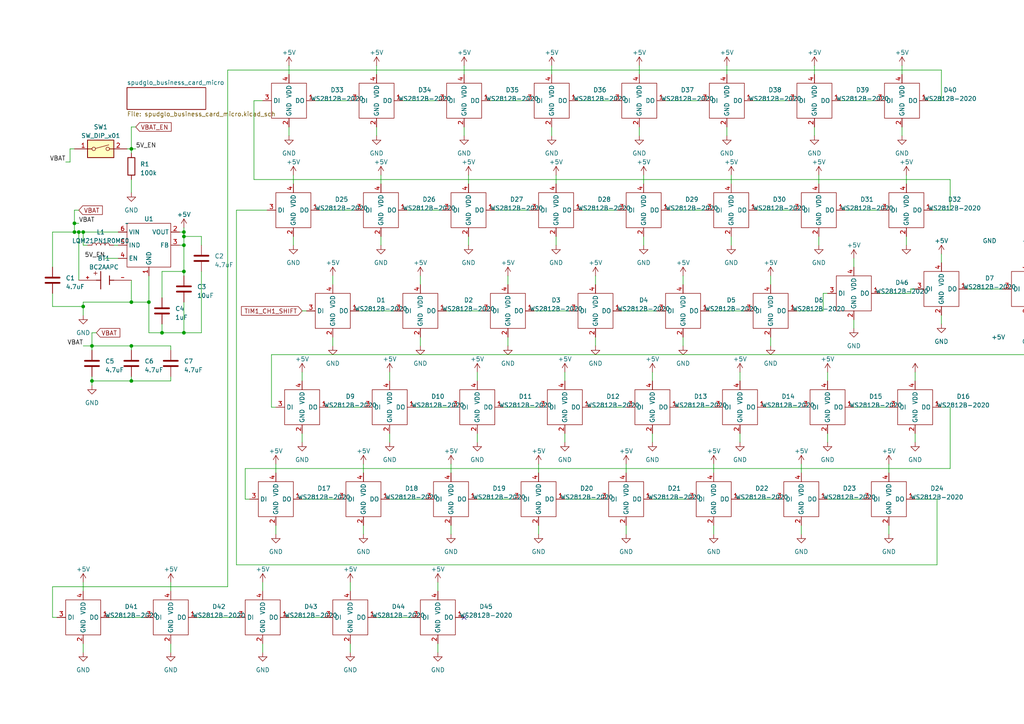
<source format=kicad_sch>
(kicad_sch (version 20230121) (generator eeschema)
  (paper "A4")
  (lib_symbols
    (symbol "Device:C" (pin_numbers hide) (pin_names (offset 0.254))
      (property "Reference" "C" (at 0.635 2.54 0))
      (property "Value" "C" (at 0.635 -2.54 0))
      (symbol "C_0_1"
        (polyline (pts (xy -2.032 -0.762) (xy 2.032 -0.762)) (stroke (width 0.508)))
        (polyline (pts (xy -2.032 0.762) (xy 2.032 0.762)) (stroke (width 0.508)))
      )
      (symbol "C_1_1"
        (pin passive line (at 0 3.81 270) (length 2.794) (name "~") (number "1"))
        (pin passive line (at 0 -3.81 90) (length 2.794) (name "~") (number "2"))
      )
    )
    (symbol "Device:L" (pin_numbers hide) (pin_names (offset 1.016) hide)
      (property "Reference" "L" (at -1.27 0 90))
      (property "Value" "L" (at 1.905 0 90))
      (symbol "L_0_1"
        (arc (start 0 -2.54) (mid 0.6323 -1.905) (end 0 -1.27))
        (arc (start 0 -1.27) (mid 0.6323 -0.635) (end 0 0))
        (arc (start 0 0) (mid 0.6323 0.635) (end 0 1.27))
        (arc (start 0 1.27) (mid 0.6323 1.905) (end 0 2.54))
      )
      (symbol "L_1_1"
        (pin passive line (at 0 3.81 270) (length 1.27) (name "1") (number "1"))
        (pin passive line (at 0 -3.81 90) (length 1.27) (name "2") (number "2"))
      )
    )
    (symbol "Device:R" (pin_numbers hide) (pin_names (offset 0))
      (property "Reference" "R" (at 2.032 0 90))
      (property "Value" "R" (at 0 0 90))
      (symbol "R_0_1"
        (rectangle (start -1.016 -2.54) (end 1.016 2.54) (stroke (width 0.254)))
      )
      (symbol "R_1_1"
        (pin passive line (at 0 3.81 270) (length 1.27) (name "~") (number "1"))
        (pin passive line (at 0 -3.81 90) (length 1.27) (name "~") (number "2"))
      )
    )
    (symbol "Switch:SW_DIP_x01" (pin_names (offset 0) hide)
      (property "Reference" "SW" (at 0 3.81 0))
      (property "Value" "SW_DIP_x01" (at 0 -3.81 0))
      (symbol "SW_DIP_x01_0_0"
        (circle (center -2.032 0) (radius 0.508))
        (polyline (pts (xy -1.524 0.127) (xy 2.3622 1.1684)))
        (circle (center 2.032 0) (radius 0.508))
      )
      (symbol "SW_DIP_x01_0_1"
        (rectangle (start -3.81 2.54) (end 3.81 -2.54) (stroke (width 0.254)) (fill (type background)))
      )
      (symbol "SW_DIP_x01_1_1"
        (pin passive line (at -7.62 0 0) (length 5.08) (name "~") (number "1"))
        (pin passive line (at 7.62 0 180) (length 5.08) (name "~") (number "2"))
      )
    )
    (symbol "power:+5V" (power) (pin_names (offset 0))
      (property "Value" "+5V" (at 0 3.556 0))
      (symbol "+5V_0_1"
        (polyline (pts (xy -0.762 1.27) (xy 0 2.54)))
        (polyline (pts (xy 0 0) (xy 0 2.54)))
        (polyline (pts (xy 0 2.54) (xy 0.762 1.27)))
      )
      (symbol "+5V_1_1"
        (pin power_in line (at 0 0 90) (length 0) hide (name "+5V") (number "1"))
      )
    )
    (symbol "power:GND" (power) (pin_names (offset 0))
      (property "Value" "GND" (at 0 -3.81 0))
      (symbol "GND_0_1"
        (polyline (pts (xy 0 0) (xy 0 -1.27) (xy 1.27 -1.27) (xy 0 -2.54) (xy -1.27 -1.27) (xy 0 -1.27)))
      )
      (symbol "GND_1_1"
        (pin power_in line (at 0 0 270) (length 0) hide (name "GND") (number "1"))
      )
    )
    (symbol "srw:BC2AAPC" (pin_names (offset 1.016))
      (property "Reference" "BT" (at -6.3614 3.8138 0))
      (property "Value" "BC2AAPC" (at -6.3618 -6.3579 0))
      (symbol "BC2AAPC_0_0"
        (polyline (pts (xy -3.302 2.032) (xy -2.286 2.032)) (stroke (width 0.1524)))
        (polyline (pts (xy -2.794 2.54) (xy -2.794 1.524)) (stroke (width 0.1524)))
        (polyline (pts (xy -2.54 0) (xy -1.27 0)) (stroke (width 0.254)))
        (polyline (pts (xy -1.27 0) (xy -1.27 -2.54)) (stroke (width 0.254)))
        (polyline (pts (xy -1.27 2.54) (xy -1.27 0)) (stroke (width 0.254)))
        (polyline (pts (xy 1.27 0) (xy 1.27 -1.27)) (stroke (width 0.254)))
        (polyline (pts (xy 1.27 0) (xy 2.54 0)) (stroke (width 0.254)))
        (polyline (pts (xy 1.27 1.27) (xy 1.27 0)) (stroke (width 0.254)))
        (pin passive line (at -7.62 0 0) (length 5.08) (name "~") (number "+"))
        (pin passive line (at 7.62 0 180) (length 5.08) (name "~") (number "-"))
      )
    )
    (symbol "srw:TPS61240DRVR"
      (property "Reference" "U" (at -1.27 1.27 0))
      (symbol "TPS61240DRVR_0_1"
        (rectangle (start 0 0) (end 12.7 -12.7))
      )
      (symbol "TPS61240DRVR_1_1"
        (pin input line (at 6.35 -15.24 90) (length 2.54) (name "GND") (number "1"))
        (pin input line (at 15.24 -2.54 180) (length 2.54) (name "VOUT") (number "2"))
        (pin input line (at 15.24 -6.35 180) (length 2.54) (name "FB") (number "3"))
        (pin input line (at -2.54 -10.16 0) (length 2.54) (name "EN") (number "4"))
        (pin input line (at -2.54 -6.35 0) (length 2.54) (name "IND") (number "5"))
        (pin input line (at -2.54 -2.54 0) (length 2.54) (name "VIN") (number "6"))
      )
    )
    (symbol "srw:ws2812b-2020"
      (property "Reference" "D" (at 0 1.27 0))
      (property "Value" "WS2812B-2020" (at 13.97 -10.16 0))
      (symbol "ws2812b-2020_0_1"
        (rectangle (start 0 1.27) (end 10.16 -8.89))
      )
      (symbol "ws2812b-2020_1_1"
        (pin input line (at 12.7 -3.81 180) (length 2.54) (name "DO") (number "1"))
        (pin input line (at 5.08 -11.43 90) (length 2.54) (name "GND") (number "2"))
        (pin input line (at -2.54 -3.81 0) (length 2.54) (name "DI") (number "3"))
        (pin input line (at 5.08 3.81 270) (length 2.54) (name "VDD") (number "4"))
      )
    )
  )
  (junction (at 53.34 68.58))
  (junction (at 22.86 67.31))
  (junction (at 38.1 100.33))
  (junction (at 38.1 110.49))
  (junction (at 38.1 43.18))
  (junction (at 53.34 71.12))
  (junction (at 24.13 88.9))
  (junction (at 21.59 67.31))
  (junction (at 38.1 87.63))
  (junction (at 21.59 64.77))
  (junction (at 53.34 96.52))
  (junction (at 46.99 96.52))
  (junction (at 26.67 110.49))
  (junction (at 26.67 100.33))
  (junction (at 24.13 67.31))
  (junction (at 53.34 67.31))
  (junction (at 43.18 87.63))
  (junction (at 53.34 78.74))
  (no_connect (at 134.62 179.07))
  (wire (pts (xy 36.83 43.18) (xy 38.1 43.18)))
  (wire (pts (xy 87.63 144.78) (xy 97.79 144.78)))
  (wire (pts (xy 52.07 67.31) (xy 53.34 67.31)))
  (wire (pts (xy 46.99 78.74) (xy 53.34 78.74)))
  (wire (pts (xy 31.75 179.07) (xy 41.91 179.07)))
  (wire (pts (xy 222.25 118.11) (xy 232.41 118.11)))
  (wire (pts (xy 78.74 118.11) (xy 80.01 118.11)))
  (wire (pts (xy 49.53 100.33) (xy 38.1 100.33)))
  (wire (pts (xy 53.34 71.12) (xy 53.34 68.58)))
  (wire (pts (xy 240.03 144.78) (xy 250.19 144.78)))
  (wire (pts (xy 198.12 80.01) (xy 198.12 82.55)))
  (wire (pts (xy 68.58 60.96) (xy 77.47 60.96)))
  (wire (pts (xy 160.02 19.05) (xy 160.02 21.59)))
  (wire (pts (xy 113.03 144.78) (xy 123.19 144.78)))
  (wire (pts (xy 49.53 109.22) (xy 49.53 110.49)))
  (wire (pts (xy 262.89 68.58) (xy 262.89 71.12)))
  (wire (pts (xy 143.51 60.96) (xy 153.67 60.96)))
  (wire (pts (xy 34.29 67.31) (xy 24.13 67.31)))
  (wire (pts (xy 264.16 83.82) (xy 265.43 83.82)))
  (wire (pts (xy 21.59 67.31) (xy 22.86 67.31)))
  (wire (pts (xy 237.49 68.58) (xy 237.49 71.12)))
  (wire (pts (xy 186.69 68.58) (xy 186.69 71.12)))
  (wire (pts (xy 273.05 91.44) (xy 273.05 93.98)))
  (wire (pts (xy 38.1 100.33) (xy 26.67 100.33)))
  (wire (pts (xy 127 168.91) (xy 127 171.45)))
  (wire (pts (xy 53.34 87.63) (xy 53.34 96.52)))
  (wire (pts (xy 53.34 96.52) (xy 58.42 96.52)))
  (wire (pts (xy 21.59 64.77) (xy 21.59 67.31)))
  (wire (pts (xy 43.18 96.52) (xy 43.18 87.63)))
  (wire (pts (xy 172.72 97.79) (xy 172.72 100.33)))
  (wire (pts (xy 38.1 43.18) (xy 38.1 44.45)))
  (wire (pts (xy 57.15 179.07) (xy 68.58 179.07)))
  (wire (pts (xy 236.22 19.05) (xy 236.22 21.59)))
  (wire (pts (xy 264.16 85.09) (xy 264.16 83.82)))
  (wire (pts (xy 147.32 97.79) (xy 147.32 100.33)))
  (wire (pts (xy 26.67 96.52) (xy 27.94 96.52)))
  (wire (pts (xy 210.82 36.83) (xy 210.82 39.37)))
  (wire (pts (xy 58.42 78.74) (xy 58.42 96.52)))
  (wire (pts (xy 265.43 144.78) (xy 271.78 144.78)))
  (wire (pts (xy 38.1 87.63) (xy 24.13 87.63)))
  (wire (pts (xy 73.66 29.21) (xy 76.2 29.21)))
  (wire (pts (xy 207.01 134.62) (xy 207.01 137.16)))
  (wire (pts (xy 15.24 85.09) (xy 15.24 88.9)))
  (wire (pts (xy 118.11 60.96) (xy 128.27 60.96)))
  (wire (pts (xy 168.91 60.96) (xy 179.07 60.96)))
  (wire (pts (xy 261.62 19.05) (xy 261.62 21.59)))
  (wire (pts (xy 120.65 118.11) (xy 130.81 118.11)))
  (wire (pts (xy 101.6 168.91) (xy 101.6 171.45)))
  (wire (pts (xy 71.12 144.78) (xy 72.39 144.78)))
  (wire (pts (xy 38.1 52.07) (xy 38.1 55.88)))
  (wire (pts (xy 171.45 118.11) (xy 181.61 118.11)))
  (wire (pts (xy 219.71 60.96) (xy 229.87 60.96)))
  (wire (pts (xy 275.59 135.89) (xy 71.12 135.89)))
  (wire (pts (xy 46.99 93.98) (xy 46.99 96.52)))
  (wire (pts (xy 198.12 97.79) (xy 198.12 100.33)))
  (wire (pts (xy 275.59 52.07) (xy 73.66 52.07)))
  (wire (pts (xy 247.65 74.93) (xy 247.65 77.47)))
  (wire (pts (xy 142.24 29.21) (xy 152.4 29.21)))
  (wire (pts (xy 196.85 118.11) (xy 207.01 118.11)))
  (wire (pts (xy 53.34 71.12) (xy 53.34 78.74)))
  (wire (pts (xy 243.84 29.21) (xy 254 29.21)))
  (wire (pts (xy 218.44 29.21) (xy 228.6 29.21)))
  (wire (pts (xy 185.42 19.05) (xy 185.42 21.59)))
  (wire (pts (xy 49.53 101.6) (xy 49.53 100.33)))
  (wire (pts (xy 49.53 186.69) (xy 49.53 189.23)))
  (wire (pts (xy 214.63 125.73) (xy 214.63 128.27)))
  (wire (pts (xy 163.83 144.78) (xy 173.99 144.78)))
  (wire (pts (xy 167.64 29.21) (xy 177.8 29.21)))
  (wire (pts (xy 26.67 110.49) (xy 38.1 110.49)))
  (wire (pts (xy 38.1 109.22) (xy 38.1 110.49)))
  (wire (pts (xy 113.03 107.95) (xy 113.03 110.49)))
  (wire (pts (xy 238.76 90.17) (xy 231.14 90.17)))
  (wire (pts (xy 262.89 50.8) (xy 262.89 53.34)))
  (wire (pts (xy 138.43 144.78) (xy 148.59 144.78)))
  (wire (pts (xy 87.63 90.17) (xy 88.9 90.17)))
  (wire (pts (xy 21.59 64.77) (xy 22.86 64.77)))
  (wire (pts (xy 247.65 118.11) (xy 257.81 118.11)))
  (wire (pts (xy 20.32 43.18) (xy 21.59 43.18)))
  (wire (pts (xy 275.59 60.96) (xy 275.59 52.07)))
  (wire (pts (xy 85.09 68.58) (xy 85.09 71.12)))
  (wire (pts (xy 73.66 52.07) (xy 73.66 29.21)))
  (wire (pts (xy 185.42 36.83) (xy 185.42 39.37)))
  (wire (pts (xy 130.81 134.62) (xy 130.81 137.16)))
  (wire (pts (xy 298.45 73.66) (xy 298.45 76.2)))
  (wire (pts (xy 134.62 19.05) (xy 134.62 21.59)))
  (wire (pts (xy 273.05 118.11) (xy 275.59 118.11)))
  (wire (pts (xy 194.31 60.96) (xy 204.47 60.96)))
  (wire (pts (xy 22.86 60.96) (xy 21.59 60.96)))
  (wire (pts (xy 161.29 68.58) (xy 161.29 71.12)))
  (wire (pts (xy 154.94 90.17) (xy 165.1 90.17)))
  (wire (pts (xy 26.67 100.33) (xy 26.67 96.52)))
  (wire (pts (xy 38.1 36.83) (xy 39.37 36.83)))
  (wire (pts (xy 156.21 134.62) (xy 156.21 137.16)))
  (wire (pts (xy 15.24 77.47) (xy 15.24 67.31)))
  (wire (pts (xy 212.09 50.8) (xy 212.09 53.34)))
  (wire (pts (xy 180.34 90.17) (xy 190.5 90.17)))
  (wire (pts (xy 223.52 97.79) (xy 223.52 100.33)))
  (wire (pts (xy 43.18 96.52) (xy 46.99 96.52)))
  (wire (pts (xy 105.41 152.4) (xy 105.41 154.94)))
  (wire (pts (xy 87.63 107.95) (xy 87.63 110.49)))
  (wire (pts (xy 26.67 109.22) (xy 26.67 110.49)))
  (wire (pts (xy 147.32 80.01) (xy 147.32 82.55)))
  (wire (pts (xy 240.03 107.95) (xy 240.03 110.49)))
  (wire (pts (xy 207.01 152.4) (xy 207.01 154.94)))
  (wire (pts (xy 24.13 87.63) (xy 24.13 88.9)))
  (wire (pts (xy 156.21 152.4) (xy 156.21 154.94)))
  (wire (pts (xy 134.62 36.83) (xy 134.62 39.37)))
  (wire (pts (xy 307.34 102.87) (xy 78.74 102.87)))
  (wire (pts (xy 24.13 186.69) (xy 24.13 189.23)))
  (wire (pts (xy 210.82 19.05) (xy 210.82 21.59)))
  (wire (pts (xy 307.34 83.82) (xy 307.34 102.87)))
  (wire (pts (xy 161.29 50.8) (xy 161.29 53.34)))
  (wire (pts (xy 15.24 170.18) (xy 15.24 179.07)))
  (wire (pts (xy 101.6 186.69) (xy 101.6 189.23)))
  (wire (pts (xy 109.22 19.05) (xy 109.22 21.59)))
  (wire (pts (xy 257.81 134.62) (xy 257.81 137.16)))
  (wire (pts (xy 189.23 107.95) (xy 189.23 110.49)))
  (wire (pts (xy 38.1 43.18) (xy 39.37 43.18)))
  (wire (pts (xy 245.11 60.96) (xy 255.27 60.96)))
  (wire (pts (xy 240.03 125.73) (xy 240.03 128.27)))
  (wire (pts (xy 53.34 78.74) (xy 53.34 80.01)))
  (wire (pts (xy 83.82 36.83) (xy 83.82 39.37)))
  (wire (pts (xy 127 186.69) (xy 127 189.23)))
  (wire (pts (xy 92.71 60.96) (xy 102.87 60.96)))
  (wire (pts (xy 53.34 68.58) (xy 53.34 67.31)))
  (wire (pts (xy 273.05 73.66) (xy 273.05 76.2)))
  (wire (pts (xy 135.89 50.8) (xy 135.89 53.34)))
  (wire (pts (xy 49.53 168.91) (xy 49.53 171.45)))
  (wire (pts (xy 257.81 152.4) (xy 257.81 154.94)))
  (wire (pts (xy 113.03 125.73) (xy 113.03 128.27)))
  (wire (pts (xy 104.14 90.17) (xy 114.3 90.17)))
  (wire (pts (xy 105.41 134.62) (xy 105.41 137.16)))
  (wire (pts (xy 232.41 152.4) (xy 232.41 154.94)))
  (wire (pts (xy 247.65 92.71) (xy 247.65 95.25)))
  (wire (pts (xy 121.92 80.01) (xy 121.92 82.55)))
  (wire (pts (xy 160.02 36.83) (xy 160.02 39.37)))
  (wire (pts (xy 24.13 100.33) (xy 26.67 100.33)))
  (wire (pts (xy 138.43 125.73) (xy 138.43 128.27)))
  (wire (pts (xy 22.86 67.31) (xy 22.86 81.28)))
  (wire (pts (xy 135.89 68.58) (xy 135.89 71.12)))
  (wire (pts (xy 91.44 29.21) (xy 101.6 29.21)))
  (wire (pts (xy 273.05 29.21) (xy 273.05 20.32)))
  (wire (pts (xy 15.24 67.31) (xy 21.59 67.31)))
  (wire (pts (xy 38.1 43.18) (xy 38.1 36.83)))
  (wire (pts (xy 43.18 80.01) (xy 43.18 87.63)))
  (wire (pts (xy 24.13 71.12) (xy 25.4 71.12)))
  (wire (pts (xy 43.18 87.63) (xy 38.1 87.63)))
  (wire (pts (xy 46.99 96.52) (xy 53.34 96.52)))
  (wire (pts (xy 96.52 80.01) (xy 96.52 82.55)))
  (wire (pts (xy 261.62 36.83) (xy 261.62 39.37)))
  (wire (pts (xy 223.52 80.01) (xy 223.52 82.55)))
  (wire (pts (xy 271.78 163.83) (xy 68.58 163.83)))
  (wire (pts (xy 273.05 20.32) (xy 66.04 20.32)))
  (wire (pts (xy 66.04 170.18) (xy 15.24 170.18)))
  (wire (pts (xy 189.23 144.78) (xy 199.39 144.78)))
  (wire (pts (xy 95.25 118.11) (xy 105.41 118.11)))
  (wire (pts (xy 76.2 186.69) (xy 76.2 189.23)))
  (wire (pts (xy 26.67 100.33) (xy 26.67 101.6)))
  (wire (pts (xy 96.52 97.79) (xy 96.52 100.33)))
  (wire (pts (xy 265.43 107.95) (xy 265.43 110.49)))
  (wire (pts (xy 121.92 97.79) (xy 121.92 100.33)))
  (wire (pts (xy 269.24 29.21) (xy 273.05 29.21)))
  (wire (pts (xy 76.2 168.91) (xy 76.2 171.45)))
  (wire (pts (xy 189.23 125.73) (xy 189.23 128.27)))
  (wire (pts (xy 212.09 68.58) (xy 212.09 71.12)))
  (wire (pts (xy 83.82 19.05) (xy 83.82 21.59)))
  (wire (pts (xy 193.04 29.21) (xy 203.2 29.21)))
  (wire (pts (xy 71.12 135.89) (xy 71.12 144.78)))
  (wire (pts (xy 214.63 107.95) (xy 214.63 110.49)))
  (wire (pts (xy 109.22 179.07) (xy 119.38 179.07)))
  (wire (pts (xy 26.67 110.49) (xy 26.67 111.76)))
  (wire (pts (xy 33.02 71.12) (xy 34.29 71.12)))
  (wire (pts (xy 172.72 80.01) (xy 172.72 82.55)))
  (wire (pts (xy 24.13 88.9) (xy 24.13 91.44)))
  (wire (pts (xy 129.54 90.17) (xy 139.7 90.17)))
  (wire (pts (xy 205.74 90.17) (xy 215.9 90.17)))
  (wire (pts (xy 19.05 46.99) (xy 20.32 46.99)))
  (wire (pts (xy 265.43 125.73) (xy 265.43 128.27)))
  (wire (pts (xy 20.32 43.18) (xy 20.32 46.99)))
  (wire (pts (xy 236.22 36.83) (xy 236.22 39.37)))
  (wire (pts (xy 83.82 179.07) (xy 93.98 179.07)))
  (wire (pts (xy 24.13 168.91) (xy 24.13 171.45)))
  (wire (pts (xy 181.61 134.62) (xy 181.61 137.16)))
  (wire (pts (xy 306.07 83.82) (xy 307.34 83.82)))
  (wire (pts (xy 15.24 179.07) (xy 16.51 179.07)))
  (wire (pts (xy 80.01 134.62) (xy 80.01 137.16)))
  (wire (pts (xy 24.13 67.31) (xy 24.13 71.12)))
  (wire (pts (xy 38.1 81.28) (xy 38.1 87.63)))
  (wire (pts (xy 110.49 50.8) (xy 110.49 53.34)))
  (wire (pts (xy 46.99 86.36) (xy 46.99 78.74)))
  (wire (pts (xy 270.51 60.96) (xy 275.59 60.96)))
  (wire (pts (xy 255.27 85.09) (xy 264.16 85.09)))
  (wire (pts (xy 214.63 144.78) (xy 224.79 144.78)))
  (wire (pts (xy 232.41 134.62) (xy 232.41 137.16)))
  (wire (pts (xy 80.01 152.4) (xy 80.01 154.94)))
  (wire (pts (xy 130.81 152.4) (xy 130.81 154.94)))
  (wire (pts (xy 15.24 88.9) (xy 24.13 88.9)))
  (wire (pts (xy 58.42 71.12) (xy 58.42 68.58)))
  (wire (pts (xy 68.58 163.83) (xy 68.58 60.96)))
  (wire (pts (xy 53.34 67.31) (xy 53.34 66.04)))
  (wire (pts (xy 30.48 74.93) (xy 34.29 74.93)))
  (wire (pts (xy 271.78 144.78) (xy 271.78 163.83)))
  (wire (pts (xy 163.83 125.73) (xy 163.83 128.27)))
  (wire (pts (xy 186.69 50.8) (xy 186.69 53.34)))
  (wire (pts (xy 66.04 20.32) (xy 66.04 170.18)))
  (wire (pts (xy 280.67 83.82) (xy 290.83 83.82)))
  (wire (pts (xy 58.42 68.58) (xy 53.34 68.58)))
  (wire (pts (xy 138.43 107.95) (xy 138.43 110.49)))
  (wire (pts (xy 146.05 118.11) (xy 156.21 118.11)))
  (wire (pts (xy 38.1 101.6) (xy 38.1 100.33)))
  (wire (pts (xy 87.63 125.73) (xy 87.63 128.27)))
  (wire (pts (xy 21.59 60.96) (xy 21.59 64.77)))
  (wire (pts (xy 78.74 102.87) (xy 78.74 118.11)))
  (wire (pts (xy 22.86 67.31) (xy 24.13 67.31)))
  (wire (pts (xy 49.53 110.49) (xy 38.1 110.49)))
  (wire (pts (xy 238.76 85.09) (xy 238.76 90.17)))
  (wire (pts (xy 52.07 71.12) (xy 53.34 71.12)))
  (wire (pts (xy 181.61 152.4) (xy 181.61 154.94)))
  (wire (pts (xy 116.84 29.21) (xy 127 29.21)))
  (wire (pts (xy 109.22 36.83) (xy 109.22 39.37)))
  (wire (pts (xy 240.03 85.09) (xy 238.76 85.09)))
  (wire (pts (xy 298.45 91.44) (xy 298.45 93.98)))
  (wire (pts (xy 85.09 50.8) (xy 85.09 53.34)))
  (wire (pts (xy 163.83 107.95) (xy 163.83 110.49)))
  (wire (pts (xy 110.49 68.58) (xy 110.49 71.12)))
  (wire (pts (xy 237.49 50.8) (xy 237.49 53.34)))
  (wire (pts (xy 275.59 118.11) (xy 275.59 135.89)))
  (label "5V_EN" (at 30.48 74.93 180))
  (label "VBAT" (at 22.86 64.77 0))
  (label "VBAT" (at 19.05 46.99 180))
  (label "5V_EN" (at 39.37 43.18 0))
  (label "VBAT" (at 24.13 100.33 180))
  (global_label "VBAT" (shape input) (at 22.86 60.96 0) (property "Intersheetrefs" "${INTERSHEET_REFS}" (effects hide)))
  (global_label "TIM1_CH1_SHIFT" (shape input) (at 87.63 90.17 180) (property "Intersheetrefs" "${INTERSHEET_REFS}" (effects hide)))
  (global_label "VBAT" (shape input) (at 27.94 96.52 0) (property "Intersheetrefs" "${INTERSHEET_REFS}" (effects hide)))
  (global_label "VBAT_EN" (shape input) (at 39.37 36.83 0) (property "Intersheetrefs" "${INTERSHEET_REFS}" (effects hide)))
  (symbol (lib_id "power:+5V") (at 121.92 80.01 0) (unit 1)
    (property "Reference" "#PWR05" (effects hide))
    (property "Value" "+5V" (at 121.92 76.2 0))
  )
  (symbol (lib_id "Device:C") (at 38.1 105.41 0) (unit 1)
    (property "Reference" "C6" (at 41.91 104.775 0) (effects (justify left)))
    (property "Value" "4.7uF" (at 41.91 107.315 0) (effects (justify left)))
    (property "Footprint" "Capacitor_SMD:C_0402_1005Metric" (effects hide))
  )
  (symbol (lib_id "power:GND") (at 135.89 71.12 0) (unit 1)
    (property "Reference" "#PWR056" (effects hide))
    (property "Value" "GND" (at 135.89 76.2 0))
  )
  (symbol (lib_id "power:+5V") (at 24.13 168.91 0) (unit 1)
    (property "Reference" "#PWR083" (effects hide))
    (property "Value" "+5V" (at 24.13 165.1 0))
  )
  (symbol (lib_id "srw:ws2812b-2020") (at 130.81 57.15 0) (unit 1)
    (property "Reference" "D27" (at 149.86 57.8359 0))
    (property "Value" "WS2812B-2020" (at 149.86 60.3759 0))
    (property "Footprint" "LED_SMD:LED_WS2812B-2020_PLCC4_2.0x2.0mm" (effects hide))
  )
  (symbol (lib_id "power:GND") (at 262.89 71.12 0) (unit 1)
    (property "Reference" "#PWR066" (effects hide))
    (property "Value" "GND" (at 287.02 69.85 0))
  )
  (symbol (lib_id "power:GND") (at 186.69 71.12 0) (unit 1)
    (property "Reference" "#PWR060" (effects hide))
    (property "Value" "GND" (at 186.69 76.2 0))
  )
  (symbol (lib_id "power:GND") (at 232.41 154.94 0) (unit 1)
    (property "Reference" "#PWR048" (effects hide))
    (property "Value" "GND" (at 232.41 160.02 0))
  )
  (symbol (lib_id "power:GND") (at 185.42 39.37 0) (unit 1)
    (property "Reference" "#PWR076" (effects hide))
    (property "Value" "GND" (at 185.42 44.45 0))
  )
  (symbol (lib_id "power:+5V") (at 265.43 107.95 0) (unit 1)
    (property "Reference" "#PWR033" (effects hide))
    (property "Value" "+5V" (at 289.56 97.79 0))
  )
  (symbol (lib_id "power:+5V") (at 185.42 19.05 0) (unit 1)
    (property "Reference" "#PWR075" (effects hide))
    (property "Value" "+5V" (at 185.42 15.24 0))
  )
  (symbol (lib_id "power:GND") (at 49.53 189.23 0) (unit 1)
    (property "Reference" "#PWR086" (effects hide))
    (property "Value" "GND" (at 49.53 194.31 0))
  )
  (symbol (lib_id "power:GND") (at 80.01 154.94 0) (unit 1)
    (property "Reference" "#PWR036" (effects hide))
    (property "Value" "GND" (at 80.01 160.02 0))
  )
  (symbol (lib_id "srw:ws2812b-2020") (at 167.64 86.36 0) (unit 1)
    (property "Reference" "D4" (at 186.69 87.0459 0))
    (property "Value" "WS2812B-2020" (at 186.69 89.5859 0))
    (property "Footprint" "LED_SMD:LED_WS2812B-2020_PLCC4_2.0x2.0mm" (effects hide))
  )
  (symbol (lib_id "power:+5V") (at 273.05 73.66 0) (unit 1)
    (property "Reference" "#PWR015" (effects hide))
    (property "Value" "+5V" (at 273.05 69.85 0))
  )
  (symbol (lib_id "power:+5V") (at 53.34 66.04 0) (unit 1)
    (property "Reference" "#PWR02" (effects hide))
    (property "Value" "+5V" (at 53.34 62.23 0))
  )
  (symbol (lib_id "power:+5V") (at 138.43 107.95 0) (unit 1)
    (property "Reference" "#PWR023" (effects hide))
    (property "Value" "+5V" (at 138.43 104.14 0))
  )
  (symbol (lib_id "power:GND") (at 298.45 93.98 0) (unit 1)
    (property "Reference" "#PWR018" (effects hide))
    (property "Value" "GND" (at 298.45 99.06 0))
  )
  (symbol (lib_id "power:+5V") (at 236.22 19.05 0) (unit 1)
    (property "Reference" "#PWR079" (effects hide))
    (property "Value" "+5V" (at 236.22 15.24 0))
  )
  (symbol (lib_id "srw:ws2812b-2020") (at 260.35 114.3 0) (unit 1)
    (property "Reference" "D16" (at 279.4 114.9859 0))
    (property "Value" "WS2812B-2020" (at 279.4 117.5259 0))
    (property "Footprint" "LED_SMD:LED_WS2812B-2020_PLCC4_2.0x2.0mm" (effects hide))
  )
  (symbol (lib_id "srw:ws2812b-2020") (at 154.94 25.4 0) (unit 1)
    (property "Reference" "D36" (at 173.99 26.0859 0))
    (property "Value" "WS2812B-2020" (at 173.99 28.6259 0))
    (property "Footprint" "LED_SMD:LED_WS2812B-2020_PLCC4_2.0x2.0mm" (effects hide))
  )
  (symbol (lib_id "power:+5V") (at 240.03 107.95 0) (unit 1)
    (property "Reference" "#PWR031" (effects hide))
    (property "Value" "+5V" (at 240.03 104.14 0))
  )
  (symbol (lib_id "power:GND") (at 189.23 128.27 0) (unit 1)
    (property "Reference" "#PWR028" (effects hide))
    (property "Value" "GND" (at 189.23 133.35 0))
  )
  (symbol (lib_id "Device:C") (at 26.67 105.41 0) (unit 1)
    (property "Reference" "C5" (at 30.48 104.775 0) (effects (justify left)))
    (property "Value" "4.7uF" (at 30.48 107.315 0) (effects (justify left)))
    (property "Footprint" "Capacitor_SMD:C_0402_1005Metric" (effects hide))
  )
  (symbol (lib_id "power:GND") (at 87.63 128.27 0) (unit 1)
    (property "Reference" "#PWR020" (effects hide))
    (property "Value" "GND" (at 87.63 133.35 0))
  )
  (symbol (lib_id "power:GND") (at 96.52 100.33 0) (unit 1)
    (property "Reference" "#PWR04" (effects hide))
    (property "Value" "GND" (at 96.52 105.41 0))
  )
  (symbol (lib_id "power:+5V") (at 232.41 134.62 0) (unit 1)
    (property "Reference" "#PWR047" (effects hide))
    (property "Value" "+5V" (at 232.41 130.81 0))
  )
  (symbol (lib_id "power:+5V") (at 212.09 50.8 0) (unit 1)
    (property "Reference" "#PWR061" (effects hide))
    (property "Value" "+5V" (at 212.09 46.99 0))
  )
  (symbol (lib_id "power:+5V") (at 83.82 19.05 0) (unit 1)
    (property "Reference" "#PWR067" (effects hide))
    (property "Value" "+5V" (at 83.82 15.24 0))
  )
  (symbol (lib_id "power:+5V") (at 80.01 134.62 0) (unit 1)
    (property "Reference" "#PWR035" (effects hide))
    (property "Value" "+5V" (at 80.01 130.81 0))
  )
  (symbol (lib_id "power:GND") (at 223.52 100.33 0) (unit 1)
    (property "Reference" "#PWR014" (effects hide))
    (property "Value" "GND" (at 223.52 105.41 0))
  )
  (symbol (lib_id "power:GND") (at 83.82 39.37 0) (unit 1)
    (property "Reference" "#PWR068" (effects hide))
    (property "Value" "GND" (at 83.82 44.45 0))
  )
  (symbol (lib_id "srw:ws2812b-2020") (at 107.95 114.3 0) (unit 1)
    (property "Reference" "D10" (at 127 114.9859 0))
    (property "Value" "WS2812B-2020" (at 127 117.5259 0))
    (property "Footprint" "LED_SMD:LED_WS2812B-2020_PLCC4_2.0x2.0mm" (effects hide))
  )
  (symbol (lib_id "Switch:SW_DIP_x01") (at 29.21 43.18 0) (unit 1)
    (property "Reference" "SW1" (at 29.21 36.83 0))
    (property "Value" "SW_DIP_x01" (at 29.21 39.37 0))
    (property "Footprint" "srw_custom:SW_CFS-0102MA_NDC-L" (effects hide))
  )
  (symbol (lib_id "srw:ws2812b-2020") (at 74.93 140.97 0) (unit 1)
    (property "Reference" "D17" (at 93.98 141.6559 0))
    (property "Value" "WS2812B-2020" (at 93.98 144.1959 0))
    (property "Footprint" "LED_SMD:LED_WS2812B-2020_PLCC4_2.0x2.0mm" (effects hide))
  )
  (symbol (lib_id "power:+5V") (at 186.69 50.8 0) (unit 1)
    (property "Reference" "#PWR059" (effects hide))
    (property "Value" "+5V" (at 186.69 46.99 0))
  )
  (symbol (lib_id "power:GND") (at 172.72 100.33 0) (unit 1)
    (property "Reference" "#PWR010" (effects hide))
    (property "Value" "GND" (at 172.72 105.41 0))
  )
  (symbol (lib_id "power:GND") (at 127 189.23 0) (unit 1)
    (property "Reference" "#PWR092" (effects hide))
    (property "Value" "GND" (at 127 194.31 0))
  )
  (symbol (lib_id "power:+5V") (at 223.52 80.01 0) (unit 1)
    (property "Reference" "#PWR013" (effects hide))
    (property "Value" "+5V" (at 223.52 76.2 0))
  )
  (symbol (lib_id "power:GND") (at 237.49 71.12 0) (unit 1)
    (property "Reference" "#PWR064" (effects hide))
    (property "Value" "GND" (at 237.49 76.2 0))
  )
  (symbol (lib_id "srw:TPS61240DRVR") (at 36.83 64.77 0) (unit 1)
    (property "Reference" "U1" (at 43.18 63.5 0))
    (property "Value" "~" (at 36.83 64.77 0))
    (property "Footprint" "Package_DFN_QFN:DFN-6-1EP_2x2mm_P0.65mm_EP1x1.6mm" (effects hide))
  )
  (symbol (lib_id "srw:ws2812b-2020") (at 234.95 114.3 0) (unit 1)
    (property "Reference" "D15" (at 254 114.9859 0))
    (property "Value" "WS2812B-2020" (at 254 117.5259 0))
    (property "Footprint" "LED_SMD:LED_WS2812B-2020_PLCC4_2.0x2.0mm" (effects hide))
  )
  (symbol (lib_id "srw:ws2812b-2020") (at 267.97 80.01 0) (unit 1)
    (property "Reference" "D7" (at 287.02 80.6959 0))
    (property "Value" "WS2812B-2020" (at 287.02 83.2359 0))
    (property "Footprint" "LED_SMD:LED_WS2812B-2020_PLCC4_2.0x2.0mm" (effects hide))
  )
  (symbol (lib_id "power:GND") (at 26.67 111.76 0) (unit 1)
    (property "Reference" "#PWR094" (effects hide))
    (property "Value" "GND" (at 26.67 116.84 0))
  )
  (symbol (lib_id "Device:C") (at 15.24 81.28 0) (unit 1)
    (property "Reference" "C1" (at 19.05 80.645 0) (effects (justify left)))
    (property "Value" "4.7uF" (at 19.05 83.185 0) (effects (justify left)))
    (property "Footprint" "Capacitor_SMD:C_0402_1005Metric" (effects hide))
  )
  (symbol (lib_id "srw:ws2812b-2020") (at 180.34 25.4 0) (unit 1)
    (property "Reference" "D37" (at 199.39 26.0859 0))
    (property "Value" "WS2812B-2020" (at 199.39 28.6259 0))
    (property "Footprint" "LED_SMD:LED_WS2812B-2020_PLCC4_2.0x2.0mm" (effects hide))
  )
  (symbol (lib_id "power:+5V") (at 198.12 80.01 0) (unit 1)
    (property "Reference" "#PWR011" (effects hide))
    (property "Value" "+5V" (at 198.12 76.2 0))
  )
  (symbol (lib_id "srw:ws2812b-2020") (at 176.53 140.97 0) (unit 1)
    (property "Reference" "D21" (at 195.58 141.6559 0))
    (property "Value" "WS2812B-2020" (at 195.58 144.1959 0))
    (property "Footprint" "LED_SMD:LED_WS2812B-2020_PLCC4_2.0x2.0mm" (effects hide))
  )
  (symbol (lib_id "srw:ws2812b-2020") (at 19.05 175.26 0) (unit 1)
    (property "Reference" "D41" (at 38.1 175.9459 0))
    (property "Value" "WS2812B-2020" (at 38.1 178.4859 0))
    (property "Footprint" "LED_SMD:LED_WS2812B-2020_PLCC4_2.0x2.0mm" (effects hide))
  )
  (symbol (lib_id "power:+5V") (at 247.65 74.93 0) (unit 1)
    (property "Reference" "#PWR0151" (effects hide))
    (property "Value" "+5V" (at 247.65 71.12 0))
  )
  (symbol (lib_id "srw:ws2812b-2020") (at 100.33 140.97 0) (unit 1)
    (property "Reference" "D18" (at 119.38 141.6559 0))
    (property "Value" "WS2812B-2020" (at 119.38 144.1959 0))
    (property "Footprint" "LED_SMD:LED_WS2812B-2020_PLCC4_2.0x2.0mm" (effects hide))
  )
  (symbol (lib_id "power:+5V") (at 110.49 50.8 0) (unit 1)
    (property "Reference" "#PWR053" (effects hide))
    (property "Value" "+5V" (at 110.49 46.99 0))
  )
  (symbol (lib_id "srw:ws2812b-2020") (at 231.14 25.4 0) (unit 1)
    (property "Reference" "D39" (at 250.19 26.0859 0))
    (property "Value" "WS2812B-2020" (at 250.19 28.6259 0))
    (property "Footprint" "LED_SMD:LED_WS2812B-2020_PLCC4_2.0x2.0mm" (effects hide))
  )
  (symbol (lib_id "power:+5V") (at 181.61 134.62 0) (unit 1)
    (property "Reference" "#PWR043" (effects hide))
    (property "Value" "+5V" (at 181.61 130.81 0))
  )
  (symbol (lib_id "power:GND") (at 198.12 100.33 0) (unit 1)
    (property "Reference" "#PWR012" (effects hide))
    (property "Value" "GND" (at 198.12 105.41 0))
  )
  (symbol (lib_id "srw:ws2812b-2020") (at 96.52 175.26 0) (unit 1)
    (property "Reference" "D44" (at 115.57 175.9459 0))
    (property "Value" "WS2812B-2020" (at 115.57 178.4859 0))
    (property "Footprint" "LED_SMD:LED_WS2812B-2020_PLCC4_2.0x2.0mm" (effects hide))
  )
  (symbol (lib_id "power:+5V") (at 134.62 19.05 0) (unit 1)
    (property "Reference" "#PWR071" (effects hide))
    (property "Value" "+5V" (at 134.62 15.24 0))
  )
  (symbol (lib_id "srw:ws2812b-2020") (at 242.57 81.28 0) (unit 1)
    (property "Reference" "D46" (at 261.62 81.9659 0))
    (property "Value" "WS2812B-2020" (at 261.62 84.5059 0))
    (property "Footprint" "LED_SMD:LED_WS2812B-2020_PLCC4_2.0x2.0mm" (effects hide))
  )
  (symbol (lib_id "power:+5V") (at 262.89 50.8 0) (unit 1)
    (property "Reference" "#PWR065" (effects hide))
    (property "Value" "+5V" (at 262.89 46.99 0))
  )
  (symbol (lib_id "power:+5V") (at 101.6 168.91 0) (unit 1)
    (property "Reference" "#PWR089" (effects hide))
    (property "Value" "+5V" (at 101.6 165.1 0))
  )
  (symbol (lib_id "power:+5V") (at 105.41 134.62 0) (unit 1)
    (property "Reference" "#PWR037" (effects hide))
    (property "Value" "+5V" (at 105.41 130.81 0))
  )
  (symbol (lib_id "power:GND") (at 101.6 189.23 0) (unit 1)
    (property "Reference" "#PWR090" (effects hide))
    (property "Value" "GND" (at 101.6 194.31 0))
  )
  (symbol (lib_id "Device:C") (at 53.34 83.82 0) (unit 1)
    (property "Reference" "C3" (at 57.15 83.185 0) (effects (justify left)))
    (property "Value" "10uF" (at 57.15 85.725 0) (effects (justify left)))
    (property "Footprint" "Capacitor_SMD:C_0402_1005Metric" (effects hide))
  )
  (symbol (lib_id "srw:ws2812b-2020") (at 91.44 86.36 0) (unit 1)
    (property "Reference" "D1" (at 110.49 87.0459 0))
    (property "Value" "WS2812B-2020" (at 110.49 89.5859 0))
    (property "Footprint" "LED_SMD:LED_WS2812B-2020_PLCC4_2.0x2.0mm" (effects hide))
  )
  (symbol (lib_id "power:GND") (at 130.81 154.94 0) (unit 1)
    (property "Reference" "#PWR040" (effects hide))
    (property "Value" "GND" (at 130.81 160.02 0))
  )
  (symbol (lib_id "power:GND") (at 257.81 154.94 0) (unit 1)
    (property "Reference" "#PWR050" (effects hide))
    (property "Value" "GND" (at 257.81 160.02 0))
  )
  (symbol (lib_id "power:+5V") (at 76.2 168.91 0) (unit 1)
    (property "Reference" "#PWR087" (effects hide))
    (property "Value" "+5V" (at 76.2 165.1 0))
  )
  (symbol (lib_id "srw:ws2812b-2020") (at 184.15 114.3 0) (unit 1)
    (property "Reference" "D13" (at 203.2 114.9859 0))
    (property "Value" "WS2812B-2020" (at 203.2 117.5259 0))
    (property "Footprint" "LED_SMD:LED_WS2812B-2020_PLCC4_2.0x2.0mm" (effects hide))
  )
  (symbol (lib_id "srw:ws2812b-2020") (at 71.12 175.26 0) (unit 1)
    (property "Reference" "D43" (at 90.17 175.9459 0))
    (property "Value" "WS2812B-2020" (at 90.17 178.4859 0))
    (property "Footprint" "LED_SMD:LED_WS2812B-2020_PLCC4_2.0x2.0mm" (effects hide))
  )
  (symbol (lib_id "srw:ws2812b-2020") (at 151.13 140.97 0) (unit 1)
    (property "Reference" "D20" (at 170.18 141.6559 0))
    (property "Value" "WS2812B-2020" (at 170.18 144.1959 0))
    (property "Footprint" "LED_SMD:LED_WS2812B-2020_PLCC4_2.0x2.0mm" (effects hide))
  )
  (symbol (lib_id "power:GND") (at 147.32 100.33 0) (unit 1)
    (property "Reference" "#PWR08" (effects hide))
    (property "Value" "GND" (at 147.32 105.41 0))
  )
  (symbol (lib_id "power:GND") (at 181.61 154.94 0) (unit 1)
    (property "Reference" "#PWR044" (effects hide))
    (property "Value" "GND" (at 181.61 160.02 0))
  )
  (symbol (lib_id "power:+5V") (at 135.89 50.8 0) (unit 1)
    (property "Reference" "#PWR055" (effects hide))
    (property "Value" "+5V" (at 135.89 46.99 0))
  )
  (symbol (lib_id "power:+5V") (at 210.82 19.05 0) (unit 1)
    (property "Reference" "#PWR077" (effects hide))
    (property "Value" "+5V" (at 210.82 15.24 0))
  )
  (symbol (lib_id "power:+5V") (at 207.01 134.62 0) (unit 1)
    (property "Reference" "#PWR045" (effects hide))
    (property "Value" "+5V" (at 207.01 130.81 0))
  )
  (symbol (lib_id "power:+5V") (at 87.63 107.95 0) (unit 1)
    (property "Reference" "#PWR019" (effects hide))
    (property "Value" "+5V" (at 87.63 104.14 0))
  )
  (symbol (lib_id "srw:ws2812b-2020") (at 293.37 80.01 0) (unit 1)
    (property "Reference" "D8" (at 312.42 80.6959 0))
    (property "Value" "WS2812B-2020" (at 312.42 83.2359 0))
    (property "Footprint" "LED_SMD:LED_WS2812B-2020_PLCC4_2.0x2.0mm" (effects hide))
  )
  (symbol (lib_id "Device:C") (at 46.99 90.17 0) (unit 1)
    (property "Reference" "C4" (at 50.8 89.535 0) (effects (justify left)))
    (property "Value" "1uF" (at 50.8 92.075 0) (effects (justify left)))
    (property "Footprint" "Capacitor_SMD:C_0402_1005Metric" (effects hide))
  )
  (symbol (lib_id "power:GND") (at 163.83 128.27 0) (unit 1)
    (property "Reference" "#PWR026" (effects hide))
    (property "Value" "GND" (at 163.83 133.35 0))
  )
  (symbol (lib_id "power:+5V") (at 156.21 134.62 0) (unit 1)
    (property "Reference" "#PWR041" (effects hide))
    (property "Value" "+5V" (at 156.21 130.81 0))
  )
  (symbol (lib_id "srw:ws2812b-2020") (at 78.74 25.4 0) (unit 1)
    (property "Reference" "D33" (at 97.79 26.0859 0))
    (property "Value" "WS2812B-2020" (at 97.79 28.6259 0))
    (property "Footprint" "LED_SMD:LED_WS2812B-2020_PLCC4_2.0x2.0mm" (effects hide))
  )
  (symbol (lib_id "power:GND") (at 85.09 71.12 0) (unit 1)
    (property "Reference" "#PWR052" (effects hide))
    (property "Value" "GND" (at 85.09 76.2 0))
  )
  (symbol (lib_id "srw:ws2812b-2020") (at 218.44 86.36 0) (unit 1)
    (property "Reference" "D6" (at 237.49 87.0459 0))
    (property "Value" "WS2812B-2020" (at 237.49 89.5859 0))
    (property "Footprint" "LED_SMD:LED_WS2812B-2020_PLCC4_2.0x2.0mm" (effects hide))
  )
  (symbol (lib_id "srw:ws2812b-2020") (at 121.92 175.26 0) (unit 1)
    (property "Reference" "D45" (at 140.97 175.9459 0))
    (property "Value" "WS2812B-2020" (at 140.97 178.4859 0))
    (property "Footprint" "LED_SMD:LED_WS2812B-2020_PLCC4_2.0x2.0mm" (effects hide))
  )
  (symbol (lib_id "srw:ws2812b-2020") (at 201.93 140.97 0) (unit 1)
    (property "Reference" "D22" (at 220.98 141.6559 0))
    (property "Value" "WS2812B-2020" (at 220.98 144.1959 0))
    (property "Footprint" "LED_SMD:LED_WS2812B-2020_PLCC4_2.0x2.0mm" (effects hide))
  )
  (symbol (lib_id "srw:ws2812b-2020") (at 82.55 114.3 0) (unit 1)
    (property "Reference" "D9" (at 101.6 114.9859 0))
    (property "Value" "WS2812B-2020" (at 101.6 117.5259 0))
    (property "Footprint" "LED_SMD:LED_WS2812B-2020_PLCC4_2.0x2.0mm" (effects hide))
  )
  (symbol (lib_id "power:GND") (at 134.62 39.37 0) (unit 1)
    (property "Reference" "#PWR072" (effects hide))
    (property "Value" "GND" (at 134.62 44.45 0))
  )
  (symbol (lib_id "srw:ws2812b-2020") (at 227.33 140.97 0) (unit 1)
    (property "Reference" "D23" (at 246.38 141.6559 0))
    (property "Value" "WS2812B-2020" (at 246.38 144.1959 0))
    (property "Footprint" "LED_SMD:LED_WS2812B-2020_PLCC4_2.0x2.0mm" (effects hide))
  )
  (symbol (lib_id "srw:ws2812b-2020") (at 129.54 25.4 0) (unit 1)
    (property "Reference" "D35" (at 148.59 26.0859 0))
    (property "Value" "WS2812B-2020" (at 148.59 28.6259 0))
    (property "Footprint" "LED_SMD:LED_WS2812B-2020_PLCC4_2.0x2.0mm" (effects hide))
  )
  (symbol (lib_id "power:GND") (at 105.41 154.94 0) (unit 1)
    (property "Reference" "#PWR038" (effects hide))
    (property "Value" "GND" (at 105.41 160.02 0))
  )
  (symbol (lib_id "power:+5V") (at 214.63 107.95 0) (unit 1)
    (property "Reference" "#PWR029" (effects hide))
    (property "Value" "+5V" (at 214.63 104.14 0))
  )
  (symbol (lib_id "power:+5V") (at 237.49 50.8 0) (unit 1)
    (property "Reference" "#PWR063" (effects hide))
    (property "Value" "+5V" (at 237.49 46.99 0))
  )
  (symbol (lib_id "power:GND") (at 110.49 71.12 0) (unit 1)
    (property "Reference" "#PWR054" (effects hide))
    (property "Value" "GND" (at 110.49 76.2 0))
  )
  (symbol (lib_id "Device:C") (at 58.42 74.93 0) (unit 1)
    (property "Reference" "C2" (at 62.23 74.295 0) (effects (justify left)))
    (property "Value" "4.7uF" (at 62.23 76.835 0) (effects (justify left)))
    (property "Footprint" "Capacitor_SMD:C_0402_1005Metric" (effects hide))
  )
  (symbol (lib_id "srw:ws2812b-2020") (at 125.73 140.97 0) (unit 1)
    (property "Reference" "D19" (at 144.78 141.6559 0))
    (property "Value" "WS2812B-2020" (at 144.78 144.1959 0))
    (property "Footprint" "LED_SMD:LED_WS2812B-2020_PLCC4_2.0x2.0mm" (effects hide))
  )
  (symbol (lib_id "power:+5V") (at 130.81 134.62 0) (unit 1)
    (property "Reference" "#PWR039" (effects hide))
    (property "Value" "+5V" (at 130.81 130.81 0))
  )
  (symbol (lib_id "srw:ws2812b-2020") (at 193.04 86.36 0) (unit 1)
    (property "Reference" "D5" (at 212.09 87.0459 0))
    (property "Value" "WS2812B-2020" (at 212.09 89.5859 0))
    (property "Footprint" "LED_SMD:LED_WS2812B-2020_PLCC4_2.0x2.0mm" (effects hide))
  )
  (symbol (lib_id "power:GND") (at 24.13 91.44 0) (unit 1)
    (property "Reference" "#PWR01" (effects hide))
    (property "Value" "GND" (at 24.13 96.52 0))
  )
  (symbol (lib_id "power:GND") (at 265.43 128.27 0) (unit 1)
    (property "Reference" "#PWR034" (effects hide))
    (property "Value" "GND" (at 265.43 133.35 0))
  )
  (symbol (lib_id "power:GND") (at 160.02 39.37 0) (unit 1)
    (property "Reference" "#PWR074" (effects hide))
    (property "Value" "GND" (at 160.02 44.45 0))
  )
  (symbol (lib_id "srw:ws2812b-2020") (at 133.35 114.3 0) (unit 1)
    (property "Reference" "D11" (at 152.4 114.9859 0))
    (property "Value" "WS2812B-2020" (at 152.4 117.5259 0))
    (property "Footprint" "LED_SMD:LED_WS2812B-2020_PLCC4_2.0x2.0mm" (effects hide))
  )
  (symbol (lib_id "power:+5V") (at 113.03 107.95 0) (unit 1)
    (property "Reference" "#PWR021" (effects hide))
    (property "Value" "+5V" (at 113.03 104.14 0))
  )
  (symbol (lib_id "power:+5V") (at 189.23 107.95 0) (unit 1)
    (property "Reference" "#PWR027" (effects hide))
    (property "Value" "+5V" (at 189.23 104.14 0))
  )
  (symbol (lib_id "srw:ws2812b-2020") (at 116.84 86.36 0) (unit 1)
    (property "Reference" "D2" (at 135.89 87.0459 0))
    (property "Value" "WS2812B-2020" (at 135.89 89.5859 0))
    (property "Footprint" "LED_SMD:LED_WS2812B-2020_PLCC4_2.0x2.0mm" (effects hide))
  )
  (symbol (lib_id "power:+5V") (at 261.62 19.05 0) (unit 1)
    (property "Reference" "#PWR081" (effects hide))
    (property "Value" "+5V" (at 261.62 15.24 0))
  )
  (symbol (lib_id "srw:ws2812b-2020") (at 44.45 175.26 0) (unit 1)
    (property "Reference" "D42" (at 63.5 175.9459 0))
    (property "Value" "WS2812B-2020" (at 63.5 178.4859 0))
    (property "Footprint" "LED_SMD:LED_WS2812B-2020_PLCC4_2.0x2.0mm" (effects hide))
  )
  (symbol (lib_id "srw:ws2812b-2020") (at 252.73 140.97 0) (unit 1)
    (property "Reference" "D24" (at 271.78 141.6559 0))
    (property "Value" "WS2812B-2020" (at 271.78 144.1959 0))
    (property "Footprint" "LED_SMD:LED_WS2812B-2020_PLCC4_2.0x2.0mm" (effects hide))
  )
  (symbol (lib_id "srw:ws2812b-2020") (at 207.01 57.15 0) (unit 1)
    (property "Reference" "D30" (at 226.06 57.8359 0))
    (property "Value" "WS2812B-2020" (at 226.06 60.3759 0))
    (property "Footprint" "LED_SMD:LED_WS2812B-2020_PLCC4_2.0x2.0mm" (effects hide))
  )
  (symbol (lib_id "power:GND") (at 121.92 100.33 0) (unit 1)
    (property "Reference" "#PWR06" (effects hide))
    (property "Value" "GND" (at 121.92 105.41 0))
  )
  (symbol (lib_id "Device:C") (at 49.53 105.41 0) (unit 1)
    (property "Reference" "C7" (at 53.34 104.775 0) (effects (justify left)))
    (property "Value" "4.7uF" (at 53.34 107.315 0) (effects (justify left)))
    (property "Footprint" "Capacitor_SMD:C_0402_1005Metric" (effects hide))
  )
  (symbol (lib_id "power:+5V") (at 109.22 19.05 0) (unit 1)
    (property "Reference" "#PWR069" (effects hide))
    (property "Value" "+5V" (at 109.22 15.24 0))
  )
  (symbol (lib_id "srw:ws2812b-2020") (at 80.01 57.15 0) (unit 1)
    (property "Reference" "D25" (at 99.06 57.8359 0))
    (property "Value" "WS2812B-2020" (at 99.06 60.3759 0))
    (property "Footprint" "LED_SMD:LED_WS2812B-2020_PLCC4_2.0x2.0mm" (effects hide))
  )
  (symbol (lib_id "power:GND") (at 210.82 39.37 0) (unit 1)
    (property "Reference" "#PWR078" (effects hide))
    (property "Value" "GND" (at 210.82 44.45 0))
  )
  (symbol (lib_id "srw:ws2812b-2020") (at 205.74 25.4 0) (unit 1)
    (property "Reference" "D38" (at 224.79 26.0859 0))
    (property "Value" "WS2812B-2020" (at 224.79 28.6259 0))
    (property "Footprint" "LED_SMD:LED_WS2812B-2020_PLCC4_2.0x2.0mm" (effects hide))
  )
  (symbol (lib_id "power:GND") (at 38.1 55.88 0) (unit 1)
    (property "Reference" "#PWR093" (effects hide))
    (property "Value" "GND" (at 38.1 60.96 0))
  )
  (symbol (lib_id "power:GND") (at 109.22 39.37 0) (unit 1)
    (property "Reference" "#PWR070" (effects hide))
    (property "Value" "GND" (at 109.22 44.45 0))
  )
  (symbol (lib_id "power:GND") (at 138.43 128.27 0) (unit 1)
    (property "Reference" "#PWR024" (effects hide))
    (property "Value" "GND" (at 138.43 133.35 0))
  )
  (symbol (lib_id "srw:ws2812b-2020") (at 158.75 114.3 0) (unit 1)
    (property "Reference" "D12" (at 177.8 114.9859 0))
    (property "Value" "WS2812B-2020" (at 177.8 117.5259 0))
    (property "Footprint" "LED_SMD:LED_WS2812B-2020_PLCC4_2.0x2.0mm" (effects hide))
  )
  (symbol (lib_id "power:GND") (at 240.03 128.27 0) (unit 1)
    (property "Reference" "#PWR032" (effects hide))
    (property "Value" "GND" (at 240.03 133.35 0))
  )
  (symbol (lib_id "srw:ws2812b-2020") (at 105.41 57.15 0) (unit 1)
    (property "Reference" "D26" (at 124.46 57.8359 0))
    (property "Value" "WS2812B-2020" (at 124.46 60.3759 0))
    (property "Footprint" "LED_SMD:LED_WS2812B-2020_PLCC4_2.0x2.0mm" (effects hide))
  )
  (symbol (lib_id "power:GND") (at 214.63 128.27 0) (unit 1)
    (property "Reference" "#PWR030" (effects hide))
    (property "Value" "GND" (at 214.63 133.35 0))
  )
  (symbol (lib_id "power:GND") (at 161.29 71.12 0) (unit 1)
    (property "Reference" "#PWR058" (effects hide))
    (property "Value" "GND" (at 161.29 76.2 0))
  )
  (symbol (lib_id "power:+5V") (at 298.45 73.66 0) (unit 1)
    (property "Reference" "#PWR017" (effects hide))
    (property "Value" "+5V" (at 298.45 69.85 0))
  )
  (symbol (lib_id "power:+5V") (at 172.72 80.01 0) (unit 1)
    (property "Reference" "#PWR09" (effects hide))
    (property "Value" "+5V" (at 172.72 76.2 0))
  )
  (symbol (lib_id "power:+5V") (at 160.02 19.05 0) (unit 1)
    (property "Reference" "#PWR073" (effects hide))
    (property "Value" "+5V" (at 160.02 15.24 0))
  )
  (symbol (lib_id "srw:ws2812b-2020") (at 257.81 57.15 0) (unit 1)
    (property "Reference" "D32" (at 276.86 57.8359 0))
    (property "Value" "WS2812B-2020" (at 276.86 60.3759 0))
    (property "Footprint" "LED_SMD:LED_WS2812B-2020_PLCC4_2.0x2.0mm" (effects hide))
  )
  (symbol (lib_id "power:GND") (at 247.65 95.25 0) (unit 1)
    (property "Reference" "#PWR0152" (effects hide))
    (property "Value" "GND" (at 247.65 100.33 0))
  )
  (symbol (lib_id "srw:ws2812b-2020") (at 181.61 57.15 0) (unit 1)
    (property "Reference" "D29" (at 200.66 57.8359 0))
    (property "Value" "WS2812B-2020" (at 200.66 60.3759 0))
    (property "Footprint" "LED_SMD:LED_WS2812B-2020_PLCC4_2.0x2.0mm" (effects hide))
  )
  (symbol (lib_id "power:+5V") (at 49.53 168.91 0) (unit 1)
    (property "Reference" "#PWR085" (effects hide))
    (property "Value" "+5V" (at 49.53 165.1 0))
  )
  (symbol (lib_id "power:+5V") (at 257.81 134.62 0) (unit 1)
    (property "Reference" "#PWR049" (effects hide))
    (property "Value" "+5V" (at 257.81 130.81 0))
  )
  (symbol (lib_id "power:GND") (at 156.21 154.94 0) (unit 1)
    (property "Reference" "#PWR042" (effects hide))
    (property "Value" "GND" (at 156.21 160.02 0))
  )
  (symbol (lib_id "power:GND") (at 207.01 154.94 0) (unit 1)
    (property "Reference" "#PWR046" (effects hide))
    (property "Value" "GND" (at 207.01 160.02 0))
  )
  (symbol (lib_id "srw:ws2812b-2020") (at 209.55 114.3 0) (unit 1)
    (property "Reference" "D14" (at 228.6 114.9859 0))
    (property "Value" "WS2812B-2020" (at 228.6 117.5259 0))
    (property "Footprint" "LED_SMD:LED_WS2812B-2020_PLCC4_2.0x2.0mm" (effects hide))
  )
  (symbol (lib_id "power:+5V") (at 96.52 80.01 0) (unit 1)
    (property "Reference" "#PWR03" (effects hide))
    (property "Value" "+5V" (at 96.52 76.2 0))
  )
  (symbol (lib_id "power:+5V") (at 127 168.91 0) (unit 1)
    (property "Reference" "#PWR091" (effects hide))
    (property "Value" "+5V" (at 127 165.1 0))
  )
  (symbol (lib_id "power:GND") (at 261.62 39.37 0) (unit 1)
    (property "Reference" "#PWR082" (effects hide))
    (property "Value" "GND" (at 261.62 44.45 0))
  )
  (symbol (lib_id "Device:L") (at 29.21 71.12 90) (unit 1)
    (property "Reference" "L1" (at 29.21 67.31 90))
    (property "Value" "LQM21PN1R0MC0" (at 29.21 69.85 90))
    (property "Footprint" "Inductor_SMD:L_0805_2012Metric" (effects hide))
  )
  (symbol (lib_id "Device:R") (at 38.1 48.26 0) (unit 1)
    (property "Reference" "R1" (at 40.64 47.625 0) (effects (justify left)))
    (property "Value" "100k" (at 40.64 50.165 0) (effects (justify left)))
    (property "Footprint" "Resistor_SMD:R_0402_1005Metric" (effects hide))
  )
  (symbol (lib_id "srw:ws2812b-2020") (at 232.41 57.15 0) (unit 1)
    (property "Reference" "D31" (at 251.46 57.8359 0))
    (property "Value" "WS2812B-2020" (at 251.46 60.3759 0))
    (property "Footprint" "LED_SMD:LED_WS2812B-2020_PLCC4_2.0x2.0mm" (effects hide))
  )
  (symbol (lib_id "srw:ws2812b-2020") (at 256.54 25.4 0) (unit 1)
    (property "Reference" "D40" (at 275.59 26.0859 0))
    (property "Value" "WS2812B-2020" (at 275.59 28.6259 0))
    (property "Footprint" "LED_SMD:LED_WS2812B-2020_PLCC4_2.0x2.0mm" (effects hide))
  )
  (symbol (lib_id "power:+5V") (at 85.09 50.8 0) (unit 1)
    (property "Reference" "#PWR051" (effects hide))
    (property "Value" "+5V" (at 85.09 46.99 0))
  )
  (symbol (lib_id "srw:ws2812b-2020") (at 156.21 57.15 0) (unit 1)
    (property "Reference" "D28" (at 175.26 57.8359 0))
    (property "Value" "WS2812B-2020" (at 175.26 60.3759 0))
    (property "Footprint" "LED_SMD:LED_WS2812B-2020_PLCC4_2.0x2.0mm" (effects hide))
  )
  (symbol (lib_id "power:+5V") (at 161.29 50.8 0) (unit 1)
    (property "Reference" "#PWR057" (effects hide))
    (property "Value" "+5V" (at 161.29 46.99 0))
  )
  (symbol (lib_id "power:GND") (at 273.05 93.98 0) (unit 1)
    (property "Reference" "#PWR016" (effects hide))
    (property "Value" "GND" (at 273.05 99.06 0))
  )
  (symbol (lib_id "power:GND") (at 212.09 71.12 0) (unit 1)
    (property "Reference" "#PWR062" (effects hide))
    (property "Value" "GND" (at 212.09 76.2 0))
  )
  (symbol (lib_id "power:GND") (at 76.2 189.23 0) (unit 1)
    (property "Reference" "#PWR088" (effects hide))
    (property "Value" "GND" (at 76.2 194.31 0))
  )
  (symbol (lib_id "power:GND") (at 113.03 128.27 0) (unit 1)
    (property "Reference" "#PWR022" (effects hide))
    (property "Value" "GND" (at 113.03 133.35 0))
  )
  (symbol (lib_id "power:GND") (at 236.22 39.37 0) (unit 1)
    (property "Reference" "#PWR080" (effects hide))
    (property "Value" "GND" (at 236.22 44.45 0))
  )
  (symbol (lib_id "power:+5V") (at 147.32 80.01 0) (unit 1)
    (property "Reference" "#PWR07" (effects hide))
    (property "Value" "+5V" (at 147.32 76.2 0))
  )
  (symbol (lib_id "srw:ws2812b-2020") (at 142.24 86.36 0) (unit 1)
    (property "Reference" "D3" (at 161.29 87.0459 0))
    (property "Value" "WS2812B-2020" (at 161.29 89.5859 0))
    (property "Footprint" "LED_SMD:LED_WS2812B-2020_PLCC4_2.0x2.0mm" (effects hide))
  )
  (symbol (lib_id "power:GND") (at 24.13 189.23 0) (unit 1)
    (property "Reference" "#PWR084" (effects hide))
    (property "Value" "GND" (at 24.13 194.31 0))
  )
  (symbol (lib_id "power:+5V") (at 163.83 107.95 0) (unit 1)
    (property "Reference" "#PWR025" (effects hide))
    (property "Value" "+5V" (at 163.83 104.14 0))
  )
  (symbol (lib_id "srw:ws2812b-2020") (at 104.14 25.4 0) (unit 1)
    (property "Reference" "D34" (at 123.19 26.0859 0))
    (property "Value" "WS2812B-2020" (at 123.19 28.6259 0))
    (property "Footprint" "LED_SMD:LED_WS2812B-2020_PLCC4_2.0x2.0mm" (effects hide))
  )
  (symbol (lib_id "srw:BC2AAPC") (at 30.48 81.28 0) (unit 1)
    (property "Reference" "BT1" (at 30.1244 74.93 0))
    (property "Value" "BC2AAPC" (at 30.1244 77.47 0))
    (property "Footprint" "srw_custom:BAT_BC2AAPC" (effects hide))
    (property "DigiKey_Part_Number" "BC2AAPC-ND" (effects hide))
    (property "MF" "MPD (Memory" (effects hide))
    (property "MAXIMUM_PACKAGE_HEIGHT" "15.00mm" (effects hide))
    (property "Package" "None" (effects hide))
    (property "Check_prices" "https://www.snapeda.com/parts/BC2AAPC/MPD+%2528Memory+Protection+Devices%2529/view-part/?ref=eda" (effects hide))
    (property "STANDARD" "Manufacturer Recommendations" (effects hide))
    (property "PARTREV" "M" (effects hide))
    (property "SnapEDA_Link" "https://www.snapeda.com/parts/BC2AAPC/MPD+%2528Memory+Protection+Devices%2529/view-part/?ref=snap" (effects hide))
    (property "MP" "BC2AAPC" (effects hide))
    (property "Purchase-URL" "https://www.snapeda.com/api/url_track_click_mouser/?unipart_id=2682018&manufacturer=MPD (Memory&part_name=BC2AAPC&search_term=None" (effects hide))
    (property "Description" "\nBattery Holder (Open) AA 2 Cell PC Pin\n" (effects hide))
    (property "MANUFACTURER" "MPD" (effects hide))
  )
  (sheet (at 36.83 25.4) (size 22.86 6.35) (stroke (width 0.1524))
    (property "Sheetname" "spudglo_business_card_micro" (at 36.83 24.6884 0) (effects (justify left bottom)))
    (property "Sheetfile" "spudglo_business_card_micro.kicad_sch" (at 36.83 32.3346 0) (effects (justify left top)))
  )
)
</source>
